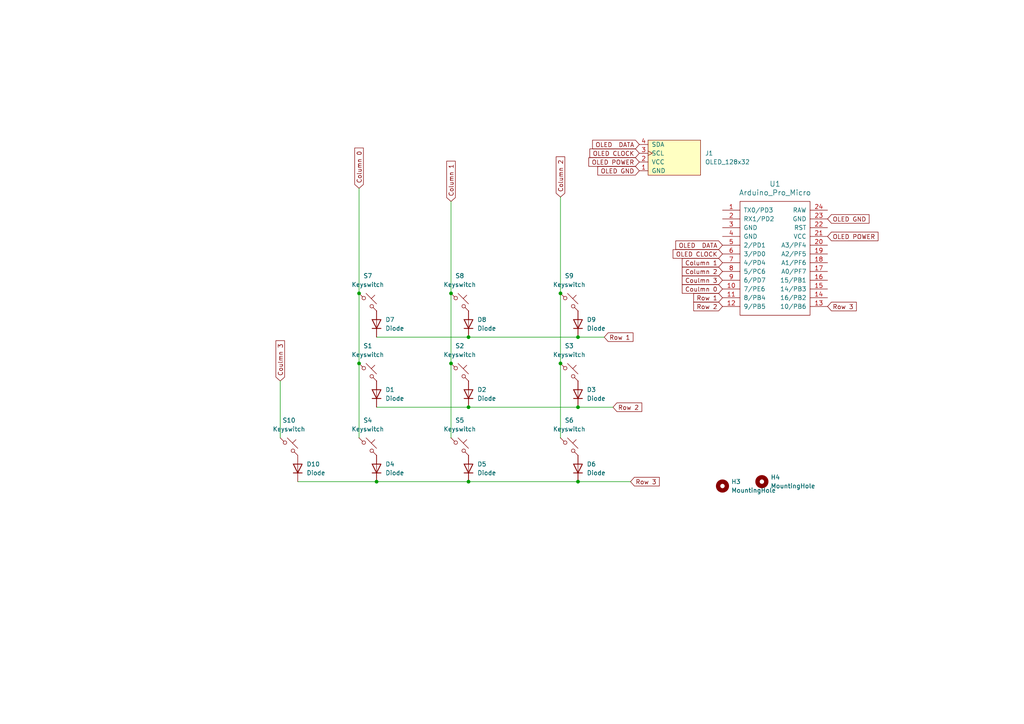
<source format=kicad_sch>
(kicad_sch (version 20231120) (generator "eeschema") (generator_version "8.0")
  (paper "A4")
  (lib_symbols
    (symbol "Mechanical:MountingHole" (pin_names (offset 1.016)) (exclude_from_sim yes) (in_bom no)
      (property "Reference" "H" (at 0 5.08 0))
      (property "Value" "MountingHole" (at 0 3.175 0))
      (symbol "MountingHole_0_1"
        (circle (center 0 0) (radius 1.27) (stroke (width 1.27)))
      )
    )
    (symbol "SCOTTO:MCU_Arduino_Pro_Micro" (pin_names (offset 1.016))
      (property "Reference" "U" (at 0 0 0))
      (property "Value" "Arduino_Pro_Micro" (at 0 -19.05 0))
      (symbol "MCU_Arduino_Pro_Micro_0_1"
        (rectangle (start -10.16 16.51) (end 10.16 -16.51))
      )
      (symbol "MCU_Arduino_Pro_Micro_1_1"
        (pin input line (at -15.24 13.97 0) (length 5.08) (name "TX0/PD3") (number "1"))
        (pin input line (at -15.24 -8.89 0) (length 5.08) (name "7/PE6") (number "10"))
        (pin input line (at -15.24 -11.43 0) (length 5.08) (name "8/PB4") (number "11"))
        (pin input line (at -15.24 -13.97 0) (length 5.08) (name "9/PB5") (number "12"))
        (pin input line (at 15.24 -13.97 180) (length 5.08) (name "10/PB6") (number "13"))
        (pin input line (at 15.24 -11.43 180) (length 5.08) (name "16/PB2") (number "14"))
        (pin input line (at 15.24 -8.89 180) (length 5.08) (name "14/PB3") (number "15"))
        (pin input line (at 15.24 -6.35 180) (length 5.08) (name "15/PB1") (number "16"))
        (pin input line (at 15.24 -3.81 180) (length 5.08) (name "A0/PF7") (number "17"))
        (pin input line (at 15.24 -1.27 180) (length 5.08) (name "A1/PF6") (number "18"))
        (pin input line (at 15.24 1.27 180) (length 5.08) (name "A2/PF5") (number "19"))
        (pin input line (at -15.24 11.43 0) (length 5.08) (name "RX1/PD2") (number "2"))
        (pin input line (at 15.24 3.81 180) (length 5.08) (name "A3/PF4") (number "20"))
        (pin input line (at 15.24 6.35 180) (length 5.08) (name "VCC") (number "21"))
        (pin input line (at 15.24 8.89 180) (length 5.08) (name "RST") (number "22"))
        (pin input line (at 15.24 11.43 180) (length 5.08) (name "GND") (number "23"))
        (pin input line (at 15.24 13.97 180) (length 5.08) (name "RAW") (number "24"))
        (pin input line (at -15.24 8.89 0) (length 5.08) (name "GND") (number "3"))
        (pin input line (at -15.24 6.35 0) (length 5.08) (name "GND") (number "4"))
        (pin input line (at -15.24 3.81 0) (length 5.08) (name "2/PD1") (number "5"))
        (pin input line (at -15.24 1.27 0) (length 5.08) (name "3/PD0") (number "6"))
        (pin input line (at -15.24 -1.27 0) (length 5.08) (name "4/PD4") (number "7"))
        (pin input line (at -15.24 -3.81 0) (length 5.08) (name "5/PC6") (number "8"))
        (pin input line (at -15.24 -6.35 0) (length 5.08) (name "6/PD7") (number "9"))
      )
    )
    (symbol "SCOTTO:OLED_128x32" (pin_names (offset 1.016))
      (property "Reference" "J" (at 0 -6.35 0))
      (property "Value" "OLED_128x32" (at 0 6.35 0))
      (symbol "OLED_128x32_0_1"
        (rectangle (start 0 5.08) (end 15.24 -5.08) (fill (type background)))
      )
      (symbol "OLED_128x32_1_1"
        (pin power_in line (at -2.54 -3.81 0) (length 2.54) (name "GND") (number "1"))
        (pin power_in line (at -2.54 -1.27 0) (length 2.54) (name "VCC") (number "2"))
        (pin input clock (at -2.54 1.27 0) (length 2.54) (name "SCL") (number "3"))
        (pin bidirectional line (at -2.54 3.81 0) (length 2.54) (name "SDA") (number "4"))
      )
    )
    (symbol "SCOTTO:Placeholder_Diode" (pin_numbers hide) (pin_names hide)
      (property "Reference" "D" (at 0 2.54 0))
      (property "Value" "Diode" (at 0 -2.54 0))
      (symbol "Placeholder_Diode_0_1"
        (polyline (pts (xy -1.27 1.27) (xy -1.27 -1.27)) (stroke (width 0.254)))
        (polyline (pts (xy 1.27 0) (xy -1.27 0)))
        (polyline (pts (xy 1.27 1.27) (xy 1.27 -1.27) (xy -1.27 0) (xy 1.27 1.27)) (stroke (width 0.254)))
      )
      (symbol "Placeholder_Diode_1_1"
        (pin passive line (at -3.81 0 0) (length 2.54) (name "K") (number "1"))
        (pin passive line (at 3.81 0 180) (length 2.54) (name "A") (number "2"))
      )
    )
    (symbol "SCOTTO:Placeholder_Keyswitch" (pin_numbers hide) (pin_names (offset 1.016) hide)
      (property "Reference" "S" (at 3.048 1.016 0))
      (property "Value" "Keyswitch" (at 0 -3.81 0))
      (symbol "Placeholder_Keyswitch_0_1"
        (circle (center -1.1684 1.1684) (radius 0.508))
        (polyline (pts (xy -0.508 2.54) (xy 2.54 -0.508)))
        (polyline (pts (xy 1.016 1.016) (xy 2.032 2.032)))
        (polyline (pts (xy -2.54 2.54) (xy -1.524 1.524) (xy -1.524 1.524)))
        (polyline (pts (xy 1.524 -1.524) (xy 2.54 -2.54) (xy 2.54 -2.54) (xy 2.54 -2.54)))
        (circle (center 1.143 -1.1938) (radius 0.508))
        (pin passive line (at -2.54 2.54 0) (length 0) (name "1") (number "1"))
        (pin passive line (at 2.54 -2.54 180) (length 0) (name "2") (number "2"))
      )
    )
  )
  (junction (at 104.14 85.09))
  (junction (at 167.64 118.11))
  (junction (at 162.56 85.09))
  (junction (at 135.89 118.11))
  (junction (at 130.81 105.41))
  (junction (at 167.64 97.79))
  (junction (at 135.89 97.79))
  (junction (at 135.89 139.7))
  (junction (at 109.22 139.7))
  (junction (at 167.64 139.7))
  (junction (at 162.56 105.41))
  (junction (at 130.81 85.09))
  (junction (at 104.14 105.41))
  (wire (pts (xy 162.56 57.15) (xy 162.56 85.09)))
  (wire (pts (xy 135.89 118.11) (xy 167.64 118.11)))
  (wire (pts (xy 167.64 118.11) (xy 177.8 118.11)))
  (wire (pts (xy 130.81 58.42) (xy 130.81 85.09)))
  (wire (pts (xy 167.64 139.7) (xy 182.88 139.7)))
  (wire (pts (xy 162.56 105.41) (xy 162.56 127)))
  (wire (pts (xy 135.89 97.79) (xy 167.64 97.79)))
  (wire (pts (xy 135.89 139.7) (xy 167.64 139.7)))
  (wire (pts (xy 104.14 85.09) (xy 104.14 105.41)))
  (wire (pts (xy 162.56 85.09) (xy 162.56 105.41)))
  (wire (pts (xy 109.22 118.11) (xy 135.89 118.11)))
  (wire (pts (xy 167.64 97.79) (xy 175.26 97.79)))
  (wire (pts (xy 130.81 85.09) (xy 130.81 105.41)))
  (wire (pts (xy 104.14 105.41) (xy 104.14 127)))
  (wire (pts (xy 109.22 97.79) (xy 135.89 97.79)))
  (wire (pts (xy 86.36 139.7) (xy 109.22 139.7)))
  (wire (pts (xy 109.22 139.7) (xy 135.89 139.7)))
  (wire (pts (xy 81.28 110.49) (xy 81.28 127)))
  (wire (pts (xy 104.14 54.61) (xy 104.14 85.09)))
  (wire (pts (xy 130.81 105.41) (xy 130.81 127)))
  (global_label "Column 1" (shape input) (at 209.55 76.2 180) (property "Intersheetrefs" "${INTERSHEET_REFS}" (effects (hide yes))))
  (global_label "OLED CLOCK" (shape input) (at 209.55 73.66 180) (property "Intersheetrefs" "${INTERSHEET_REFS}" (effects (hide yes))))
  (global_label "Row 2" (shape input) (at 177.8 118.11 0) (property "Intersheetrefs" "${INTERSHEET_REFS}" (effects (hide yes))))
  (global_label "Row 3" (shape input) (at 182.88 139.7 0) (property "Intersheetrefs" "${INTERSHEET_REFS}" (effects (hide yes))))
  (global_label "Row 1" (shape input) (at 175.26 97.79 0) (property "Intersheetrefs" "${INTERSHEET_REFS}" (effects (hide yes))))
  (global_label "Row 1" (shape input) (at 209.55 86.36 180) (property "Intersheetrefs" "${INTERSHEET_REFS}" (effects (hide yes))))
  (global_label "Coulmn 3" (shape input) (at 209.55 81.28 180) (property "Intersheetrefs" "${INTERSHEET_REFS}" (effects (hide yes))))
  (global_label "Column 2" (shape input) (at 162.56 57.15 90) (property "Intersheetrefs" "${INTERSHEET_REFS}" (effects (hide yes))))
  (global_label "Row 2" (shape input) (at 209.55 88.9 180) (property "Intersheetrefs" "${INTERSHEET_REFS}" (effects (hide yes))))
  (global_label "Row 3" (shape input) (at 240.03 88.9 0) (property "Intersheetrefs" "${INTERSHEET_REFS}" (effects (hide yes))))
  (global_label "OLED CLOCK" (shape input) (at 185.42 44.45 180) (property "Intersheetrefs" "${INTERSHEET_REFS}" (effects (hide yes))))
  (global_label "OLED POWER" (shape input) (at 240.03 68.58 0) (property "Intersheetrefs" "${INTERSHEET_REFS}" (effects (hide yes))))
  (global_label "Coulmn 3" (shape input) (at 81.28 110.49 90) (property "Intersheetrefs" "${INTERSHEET_REFS}" (effects (hide yes))))
  (global_label "OLED  DATA" (shape input) (at 209.55 71.12 180) (property "Intersheetrefs" "${INTERSHEET_REFS}" (effects (hide yes))))
  (global_label "Column 1" (shape input) (at 130.81 58.42 90) (property "Intersheetrefs" "${INTERSHEET_REFS}" (effects (hide yes))))
  (global_label "OLED GND" (shape input) (at 185.42 49.53 180) (property "Intersheetrefs" "${INTERSHEET_REFS}" (effects (hide yes))))
  (global_label "Column 2" (shape input) (at 209.55 78.74 180) (property "Intersheetrefs" "${INTERSHEET_REFS}" (effects (hide yes))))
  (global_label "Column 0" (shape input) (at 104.14 54.61 90) (property "Intersheetrefs" "${INTERSHEET_REFS}" (effects (hide yes))))
  (global_label "OLED GND" (shape input) (at 240.03 63.5 0) (property "Intersheetrefs" "${INTERSHEET_REFS}" (effects (hide yes))))
  (global_label "OLED POWER" (shape input) (at 185.42 46.99 180) (property "Intersheetrefs" "${INTERSHEET_REFS}" (effects (hide yes))))
  (global_label "OLED  DATA" (shape input) (at 185.42 41.91 180) (property "Intersheetrefs" "${INTERSHEET_REFS}" (effects (hide yes))))
  (global_label "Coulmn 0" (shape input) (at 209.55 83.82 180) (property "Intersheetrefs" "${INTERSHEET_REFS}" (effects (hide yes))))
  (symbol (lib_id "SCOTTO:Placeholder_Diode") (at 167.64 114.3 90) (unit 1)
    (property "Reference" "D3" (at 170.18 113.0299 90) (effects (justify right)))
    (property "Value" "Diode" (at 170.18 115.5699 90) (effects (justify right)))
    (property "Footprint" "ScottoKeebs_Components:Diode_DO-35" (effects (hide yes)))
    (property "Description" "1N4148 (DO-35) or 1N4148W (SOD-123)" (effects (hide yes)))
    (property "Sim.Device" "D" (effects (hide yes)))
    (property "Sim.Pins" "1=K 2=A" (effects (hide yes)))
  )
  (symbol (lib_id "SCOTTO:Placeholder_Diode") (at 109.22 135.89 90) (unit 1)
    (property "Reference" "D4" (at 111.76 134.6199 90) (effects (justify right)))
    (property "Value" "Diode" (at 111.76 137.1599 90) (effects (justify right)))
    (property "Footprint" "ScottoKeebs_Components:Diode_DO-35" (effects (hide yes)))
    (property "Description" "1N4148 (DO-35) or 1N4148W (SOD-123)" (effects (hide yes)))
    (property "Sim.Device" "D" (effects (hide yes)))
    (property "Sim.Pins" "1=K 2=A" (effects (hide yes)))
  )
  (symbol (lib_id "Mechanical:MountingHole") (at 220.98 139.7 0) (unit 1) (exclude_from_sim yes) (in_bom no)
    (property "Reference" "H4" (at 223.52 138.4299 0) (effects (justify left)))
    (property "Value" "MountingHole" (at 223.52 140.9699 0) (effects (justify left)))
    (property "Footprint" "MountingHole:MountingHole_3.2mm_M3" (effects (hide yes)))
    (property "Description" "Mounting Hole without connection" (effects (hide yes)))
  )
  (symbol (lib_id "SCOTTO:Placeholder_Keyswitch") (at 83.82 129.54 0) (unit 1)
    (property "Reference" "S10" (at 83.82 121.92 0))
    (property "Value" "Keyswitch" (at 83.82 124.46 0))
    (property "Footprint" "ScottoKeebs_MX:MX_PCB_1.00u" (effects (hide yes)))
    (property "Description" "Push button switch, normally open, two pins, 45° tilted" (effects (hide yes)))
  )
  (symbol (lib_id "SCOTTO:Placeholder_Diode") (at 135.89 135.89 90) (unit 1)
    (property "Reference" "D5" (at 138.43 134.6199 90) (effects (justify right)))
    (property "Value" "Diode" (at 138.43 137.1599 90) (effects (justify right)))
    (property "Footprint" "ScottoKeebs_Components:Diode_DO-35" (effects (hide yes)))
    (property "Description" "1N4148 (DO-35) or 1N4148W (SOD-123)" (effects (hide yes)))
    (property "Sim.Device" "D" (effects (hide yes)))
    (property "Sim.Pins" "1=K 2=A" (effects (hide yes)))
  )
  (symbol (lib_id "SCOTTO:OLED_128x32") (at 187.96 45.72 0) (unit 1)
    (property "Reference" "J1" (at 204.47 44.4499 0) (effects (justify left)))
    (property "Value" "OLED_128x32" (at 204.47 46.9899 0) (effects (justify left)))
    (property "Footprint" "ScottoKeebs_Components:OLED_128x32" (effects (hide yes)))
  )
  (symbol (lib_id "SCOTTO:Placeholder_Keyswitch") (at 133.35 107.95 0) (unit 1)
    (property "Reference" "S2" (at 133.35 100.33 0))
    (property "Value" "Keyswitch" (at 133.35 102.87 0))
    (property "Footprint" "ScottoKeebs_MX:MX_PCB_1.00u" (effects (hide yes)))
    (property "Description" "Push button switch, normally open, two pins, 45° tilted" (effects (hide yes)))
  )
  (symbol (lib_id "SCOTTO:MCU_Arduino_Pro_Micro") (at 224.79 74.93 0) (unit 1)
    (property "Reference" "U1" (at 224.79 53.34 0) (effects (font (size 1.524 1.524))))
    (property "Value" "Arduino_Pro_Micro" (at 224.79 55.88 0) (effects (font (size 1.524 1.524))))
    (property "Footprint" "ScottoKeebs_MCU:Arduino_Pro_Micro" (effects (hide yes)))
  )
  (symbol (lib_id "SCOTTO:Placeholder_Keyswitch") (at 165.1 129.54 0) (unit 1)
    (property "Reference" "S6" (at 165.1 121.92 0))
    (property "Value" "Keyswitch" (at 165.1 124.46 0))
    (property "Footprint" "ScottoKeebs_MX:MX_PCB_1.00u" (effects (hide yes)))
    (property "Description" "Push button switch, normally open, two pins, 45° tilted" (effects (hide yes)))
  )
  (symbol (lib_id "SCOTTO:Placeholder_Keyswitch") (at 165.1 107.95 0) (unit 1)
    (property "Reference" "S3" (at 165.1 100.33 0))
    (property "Value" "Keyswitch" (at 165.1 102.87 0))
    (property "Footprint" "ScottoKeebs_MX:MX_PCB_1.00u" (effects (hide yes)))
    (property "Description" "Push button switch, normally open, two pins, 45° tilted" (effects (hide yes)))
  )
  (symbol (lib_id "SCOTTO:Placeholder_Keyswitch") (at 133.35 87.63 0) (unit 1)
    (property "Reference" "S8" (at 133.35 80.01 0))
    (property "Value" "Keyswitch" (at 133.35 82.55 0))
    (property "Footprint" "ScottoKeebs_MX:MX_PCB_1.00u" (effects (hide yes)))
    (property "Description" "Push button switch, normally open, two pins, 45° tilted" (effects (hide yes)))
  )
  (symbol (lib_id "SCOTTO:Placeholder_Diode") (at 167.64 135.89 90) (unit 1)
    (property "Reference" "D6" (at 170.18 134.6199 90) (effects (justify right)))
    (property "Value" "Diode" (at 170.18 137.1599 90) (effects (justify right)))
    (property "Footprint" "ScottoKeebs_Components:Diode_DO-35" (effects (hide yes)))
    (property "Description" "1N4148 (DO-35) or 1N4148W (SOD-123)" (effects (hide yes)))
    (property "Sim.Device" "D" (effects (hide yes)))
    (property "Sim.Pins" "1=K 2=A" (effects (hide yes)))
  )
  (symbol (lib_id "SCOTTO:Placeholder_Diode") (at 135.89 93.98 90) (unit 1)
    (property "Reference" "D8" (at 138.43 92.7099 90) (effects (justify right)))
    (property "Value" "Diode" (at 138.43 95.2499 90) (effects (justify right)))
    (property "Footprint" "ScottoKeebs_Components:Diode_DO-35" (effects (hide yes)))
    (property "Description" "1N4148 (DO-35) or 1N4148W (SOD-123)" (effects (hide yes)))
    (property "Sim.Device" "D" (effects (hide yes)))
    (property "Sim.Pins" "1=K 2=A" (effects (hide yes)))
  )
  (symbol (lib_id "SCOTTO:Placeholder_Diode") (at 86.36 135.89 90) (unit 1)
    (property "Reference" "D10" (at 88.9 134.6199 90) (effects (justify right)))
    (property "Value" "Diode" (at 88.9 137.1599 90) (effects (justify right)))
    (property "Footprint" "ScottoKeebs_Components:Diode_DO-35" (effects (hide yes)))
    (property "Description" "1N4148 (DO-35) or 1N4148W (SOD-123)" (effects (hide yes)))
    (property "Sim.Device" "D" (effects (hide yes)))
    (property "Sim.Pins" "1=K 2=A" (effects (hide yes)))
  )
  (symbol (lib_id "SCOTTO:Placeholder_Keyswitch") (at 165.1 87.63 0) (unit 1)
    (property "Reference" "S9" (at 165.1 80.01 0))
    (property "Value" "Keyswitch" (at 165.1 82.55 0))
    (property "Footprint" "ScottoKeebs_MX:MX_PCB_1.00u" (effects (hide yes)))
    (property "Description" "Push button switch, normally open, two pins, 45° tilted" (effects (hide yes)))
  )
  (symbol (lib_id "SCOTTO:Placeholder_Diode") (at 135.89 114.3 90) (unit 1)
    (property "Reference" "D2" (at 138.43 113.0299 90) (effects (justify right)))
    (property "Value" "Diode" (at 138.43 115.5699 90) (effects (justify right)))
    (property "Footprint" "ScottoKeebs_Components:Diode_DO-35" (effects (hide yes)))
    (property "Description" "1N4148 (DO-35) or 1N4148W (SOD-123)" (effects (hide yes)))
    (property "Sim.Device" "D" (effects (hide yes)))
    (property "Sim.Pins" "1=K 2=A" (effects (hide yes)))
  )
  (symbol (lib_id "SCOTTO:Placeholder_Diode") (at 109.22 114.3 90) (unit 1)
    (property "Reference" "D1" (at 111.76 113.0299 90) (effects (justify right)))
    (property "Value" "Diode" (at 111.76 115.5699 90) (effects (justify right)))
    (property "Footprint" "ScottoKeebs_Components:Diode_DO-35" (effects (hide yes)))
    (property "Description" "1N4148 (DO-35) or 1N4148W (SOD-123)" (effects (hide yes)))
    (property "Sim.Device" "D" (effects (hide yes)))
    (property "Sim.Pins" "1=K 2=A" (effects (hide yes)))
  )
  (symbol (lib_id "SCOTTO:Placeholder_Keyswitch") (at 106.68 107.95 0) (unit 1)
    (property "Reference" "S1" (at 106.68 100.33 0))
    (property "Value" "Keyswitch" (at 106.68 102.87 0))
    (property "Footprint" "ScottoKeebs_MX:MX_PCB_1.00u" (effects (hide yes)))
    (property "Description" "Push button switch, normally open, two pins, 45° tilted" (effects (hide yes)))
  )
  (symbol (lib_id "SCOTTO:Placeholder_Keyswitch") (at 106.68 87.63 0) (unit 1)
    (property "Reference" "S7" (at 106.68 80.01 0))
    (property "Value" "Keyswitch" (at 106.68 82.55 0))
    (property "Footprint" "ScottoKeebs_MX:MX_PCB_1.00u" (effects (hide yes)))
    (property "Description" "Push button switch, normally open, two pins, 45° tilted" (effects (hide yes)))
  )
  (symbol (lib_id "SCOTTO:Placeholder_Keyswitch") (at 106.68 129.54 0) (unit 1)
    (property "Reference" "S4" (at 106.68 121.92 0))
    (property "Value" "Keyswitch" (at 106.68 124.46 0))
    (property "Footprint" "ScottoKeebs_MX:MX_PCB_1.00u" (effects (hide yes)))
    (property "Description" "Push button switch, normally open, two pins, 45° tilted" (effects (hide yes)))
  )
  (symbol (lib_id "SCOTTO:Placeholder_Keyswitch") (at 133.35 129.54 0) (unit 1)
    (property "Reference" "S5" (at 133.35 121.92 0))
    (property "Value" "Keyswitch" (at 133.35 124.46 0))
    (property "Footprint" "ScottoKeebs_MX:MX_PCB_1.00u" (effects (hide yes)))
    (property "Description" "Push button switch, normally open, two pins, 45° tilted" (effects (hide yes)))
  )
  (symbol (lib_id "Mechanical:MountingHole") (at 209.55 140.97 0) (unit 1) (exclude_from_sim yes) (in_bom no)
    (property "Reference" "H3" (at 212.09 139.6999 0) (effects (justify left)))
    (property "Value" "MountingHole" (at 212.09 142.2399 0) (effects (justify left)))
    (property "Footprint" "MountingHole:MountingHole_3.2mm_M3" (effects (hide yes)))
    (property "Description" "Mounting Hole without connection" (effects (hide yes)))
  )
  (symbol (lib_id "SCOTTO:Placeholder_Diode") (at 167.64 93.98 90) (unit 1)
    (property "Reference" "D9" (at 170.18 92.7099 90) (effects (justify right)))
    (property "Value" "Diode" (at 170.18 95.2499 90) (effects (justify right)))
    (property "Footprint" "ScottoKeebs_Components:Diode_DO-35" (effects (hide yes)))
    (property "Description" "1N4148 (DO-35) or 1N4148W (SOD-123)" (effects (hide yes)))
    (property "Sim.Device" "D" (effects (hide yes)))
    (property "Sim.Pins" "1=K 2=A" (effects (hide yes)))
  )
  (symbol (lib_id "SCOTTO:Placeholder_Diode") (at 109.22 93.98 90) (unit 1)
    (property "Reference" "D7" (at 111.76 92.7099 90) (effects (justify right)))
    (property "Value" "Diode" (at 111.76 95.2499 90) (effects (justify right)))
    (property "Footprint" "ScottoKeebs_Components:Diode_DO-35" (effects (hide yes)))
    (property "Description" "1N4148 (DO-35) or 1N4148W (SOD-123)" (effects (hide yes)))
    (property "Sim.Device" "D" (effects (hide yes)))
    (property "Sim.Pins" "1=K 2=A" (effects (hide yes)))
  )
)
</source>
